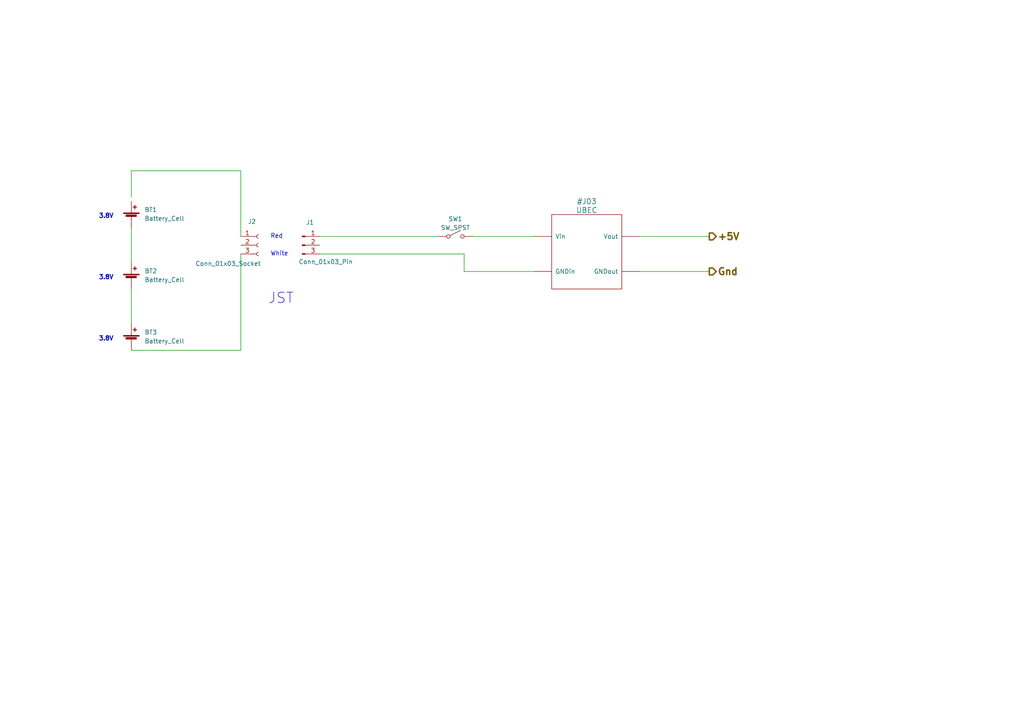
<source format=kicad_sch>
(kicad_sch (version 20231120) (generator "eeschema") (generator_version "8.0")
  (paper "A4")
  (title_block (title "DuelWithBanjos") (date "2025-03-14") (rev "Rev 0.9") (company "https://github.com/Mark-MDO47"))
  (lib_symbols
    (symbol "Connector:Conn_01x03_Pin" (pin_names (offset 1.016) hide)
      (property "Reference" "J" (at 0 5.08 0))
      (property "Value" "Conn_01x03_Pin" (at 0 -5.08 0))
      (symbol "Conn_01x03_Pin_1_1"
        (polyline (pts (xy 1.27 -2.54) (xy 0.8636 -2.54)) (stroke (width 0.1524)))
        (polyline (pts (xy 1.27 0) (xy 0.8636 0)) (stroke (width 0.1524)))
        (polyline (pts (xy 1.27 2.54) (xy 0.8636 2.54)) (stroke (width 0.1524)))
        (rectangle (start 0.8636 -2.413) (end 0 -2.667) (stroke (width 0.1524)) (fill (type outline)))
        (rectangle (start 0.8636 0.127) (end 0 -0.127) (stroke (width 0.1524)) (fill (type outline)))
        (rectangle (start 0.8636 2.667) (end 0 2.413) (stroke (width 0.1524)) (fill (type outline)))
        (pin passive line (at 5.08 2.54 180) (length 3.81) (name "Pin_1") (number "1"))
        (pin passive line (at 5.08 0 180) (length 3.81) (name "Pin_2") (number "2"))
        (pin passive line (at 5.08 -2.54 180) (length 3.81) (name "Pin_3") (number "3"))
      )
    )
    (symbol "Connector:Conn_01x03_Socket" (pin_names (offset 1.016) hide)
      (property "Reference" "J" (at 0 5.08 0))
      (property "Value" "Conn_01x03_Socket" (at 0 -5.08 0))
      (symbol "Conn_01x03_Socket_1_1"
        (arc (start 0 -2.032) (mid -0.5058 -2.54) (end 0 -3.048) (stroke (width 0.1524)))
        (polyline (pts (xy -1.27 -2.54) (xy -0.508 -2.54)) (stroke (width 0.1524)))
        (polyline (pts (xy -1.27 0) (xy -0.508 0)) (stroke (width 0.1524)))
        (polyline (pts (xy -1.27 2.54) (xy -0.508 2.54)) (stroke (width 0.1524)))
        (arc (start 0 0.508) (mid -0.5058 0) (end 0 -0.508) (stroke (width 0.1524)))
        (arc (start 0 3.048) (mid -0.5058 2.54) (end 0 2.032) (stroke (width 0.1524)))
        (pin passive line (at -5.08 2.54 0) (length 3.81) (name "Pin_1") (number "1"))
        (pin passive line (at -5.08 0 0) (length 3.81) (name "Pin_2") (number "2"))
        (pin passive line (at -5.08 -2.54 0) (length 3.81) (name "Pin_3") (number "3"))
      )
    )
    (symbol "Device:Battery_Cell" (pin_numbers hide) (pin_names (offset 0) hide)
      (property "Reference" "BT" (at 2.54 2.54 0))
      (property "Value" "Battery_Cell" (at 2.54 0 0))
      (symbol "Battery_Cell_0_1"
        (rectangle (start -2.286 1.778) (end 2.286 1.524) (fill (type outline)))
        (rectangle (start -1.5748 1.1938) (end 1.4732 0.6858) (fill (type outline)))
        (polyline (pts (xy 0 0.762) (xy 0 0)))
        (polyline (pts (xy 0 1.778) (xy 0 2.54)))
        (polyline (pts (xy 0.508 3.429) (xy 1.524 3.429)) (stroke (width 0.254)))
        (polyline (pts (xy 1.016 3.937) (xy 1.016 2.921)) (stroke (width 0.254)))
      )
      (symbol "Battery_Cell_1_1"
        (pin passive line (at 0 5.08 270) (length 2.54) (name "+") (number "1"))
        (pin passive line (at 0 -2.54 90) (length 2.54) (name "-") (number "2"))
      )
    )
    (symbol "MDO:SW_SPST" (pin_names (offset 0) hide)
      (property "Reference" "SW" (at 0 3.175 0))
      (property "Value" "SW_SPST" (at 0 -2.54 0))
      (symbol "SW_SPST_0_0"
        (circle (center -2.032 0) (radius 0.508))
        (polyline (pts (xy -1.524 0.254) (xy 1.524 1.778)))
        (circle (center 2.032 0) (radius 0.508))
      )
      (symbol "SW_SPST_1_1"
        (pin passive line (at -5.08 0 0) (length 2.54) (name "A") (number "~"))
        (pin passive line (at 5.08 0 180) (length 2.54) (name "B") (number "~"))
      )
    )
    (symbol "MDO:UBEC" (power) (pin_names (offset 1.016))
      (property "Reference" "J" (at 0 0 0))
      (property "Value" "UBEC" (at 0 2.54 0))
      (symbol "UBEC_0_1"
        (rectangle (start -7.62 12.7) (end 12.7 -8.89))
      )
      (symbol "UBEC_1_0"
        (pin input line (at -12.7 -3.81 0) (length 5.08) (name "GNDin") (number "~"))
        (pin input line (at 17.78 -3.81 180) (length 5.08) (name "GNDout") (number "~"))
        (pin input line (at -12.7 6.35 0) (length 5.08) (name "Vin") (number "~"))
        (pin input line (at 17.78 6.35 180) (length 5.08) (name "Vout") (number "~"))
      )
    )
  )
  (wire (pts (xy 69.85 101.6) (xy 69.85 73.66)))
  (wire (pts (xy 38.1 49.53) (xy 69.85 49.53)))
  (wire (pts (xy 185.42 68.58) (xy 205.74 68.58)))
  (wire (pts (xy 92.71 68.58) (xy 127 68.58)))
  (wire (pts (xy 185.42 78.74) (xy 205.74 78.74)))
  (wire (pts (xy 38.1 83.82) (xy 38.1 93.98)))
  (wire (pts (xy 38.1 66.04) (xy 38.1 76.2)))
  (wire (pts (xy 38.1 101.6) (xy 69.85 101.6)))
  (wire (pts (xy 92.71 73.66) (xy 134.62 73.66)))
  (wire (pts (xy 134.62 73.66) (xy 134.62 78.74)))
  (wire (pts (xy 134.62 78.74) (xy 154.94 78.74)))
  (wire (pts (xy 137.16 68.58) (xy 154.94 68.58)))
  (wire (pts (xy 69.85 49.53) (xy 69.85 68.58)))
  (wire (pts (xy 38.1 57.15) (xy 38.1 49.53)))
  (text "Red" (at 80.264 68.58 0) (effects (font (size 1.27 1.27))))
  (text "JST" (at 81.534 86.614 0) (effects (font (size 3 3))))
  (text "White" (at 81.026 73.66 0) (effects (font (size 1.27 1.27))))
  (text "3.8V" (at 33.02 99.06 0) (effects (font (size 1.27 1.27) (bold yes)) (justify right bottom)))
  (text "3.8V" (at 33.02 81.28 0) (effects (font (size 1.27 1.27) (bold yes)) (justify right bottom)))
  (text "3.8V" (at 33.02 63.5 0) (effects (font (size 1.27 1.27) (bold yes)) (justify right bottom)))
  (hierarchical_label "+5V" (shape output) (at 205.74 68.58 0) (effects (font (size 2 2) (thickness 0.4) (bold yes))))
  (hierarchical_label "Gnd" (shape output) (at 205.74 78.74 0) (effects (font (size 2 2) (thickness 0.4) (bold yes))))
  (symbol (lib_id "MDO:SW_SPST") (at 132.08 68.58 0) (unit 1)
    (property "Reference" "SW1" (at 132.08 63.5 0))
    (property "Value" "SW_SPST" (at 132.08 66.04 0))
  )
  (symbol (lib_id "MDO:UBEC") (at 167.64 74.93 0) (unit 1)
    (property "Reference" "J03" (at 170.18 58.42 0) (effects (font (size 1.524 1.524))))
    (property "Value" "UBEC" (at 170.18 60.96 0) (effects (font (size 1.524 1.524))))
  )
  (symbol (lib_id "Connector:Conn_01x03_Pin") (at 87.63 71.12 0) (unit 1)
    (property "Reference" "J1" (at 89.916 64.516 0))
    (property "Value" "Conn_01x03_Pin" (at 94.488 75.946 0))
    (property "Description" "Generic connector, single row, 01x03, script generated" (effects (hide yes)))
  )
  (symbol (lib_id "Connector:Conn_01x03_Socket") (at 74.93 71.12 0) (unit 1)
    (property "Reference" "J2" (at 71.882 64.262 0) (effects (justify left)))
    (property "Value" "Conn_01x03_Socket" (at 56.642 76.454 0) (effects (justify left)))
    (property "Description" "Generic connector, single row, 01x03, script generated" (effects (hide yes)))
  )
  (symbol (lib_id "Device:Battery_Cell") (at 38.1 99.06 0) (unit 1)
    (property "Reference" "BT3" (at 41.91 96.393 0) (effects (justify left)))
    (property "Value" "Battery_Cell" (at 41.91 98.933 0) (effects (justify left)))
  )
  (symbol (lib_id "Device:Battery_Cell") (at 38.1 63.5 0) (unit 1)
    (property "Reference" "BT1" (at 41.91 60.833 0) (effects (justify left)))
    (property "Value" "Battery_Cell" (at 41.91 63.373 0) (effects (justify left)))
  )
  (symbol (lib_id "Device:Battery_Cell") (at 38.1 81.28 0) (unit 1)
    (property "Reference" "BT2" (at 41.91 78.613 0) (effects (justify left)))
    (property "Value" "Battery_Cell" (at 41.91 81.153 0) (effects (justify left)))
  )
)
</source>
